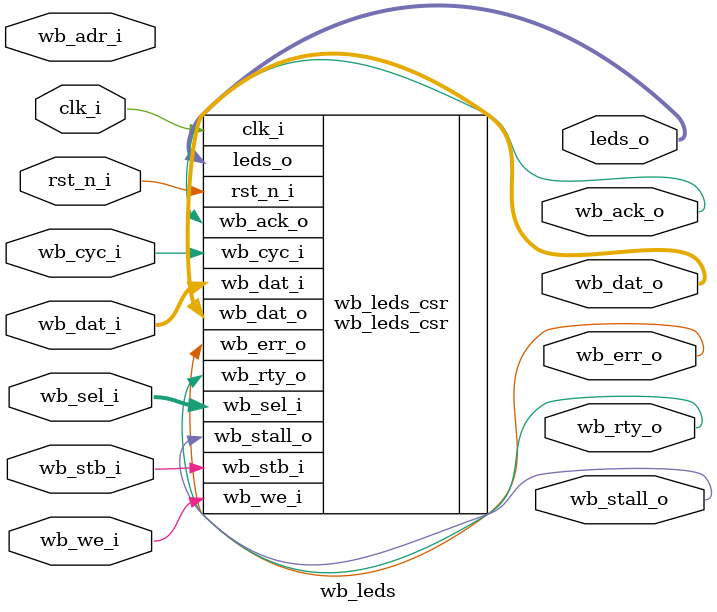
<source format=v>

module wb_leds
(
    // Clock/Resets
    input               clk_i,
    input               rst_n_i,

    // Wishbone signals
    input  [31:0]       wb_adr_i,
    input  [31:0]       wb_dat_i,
    input  [3:0]        wb_sel_i,
    input               wb_we_i,
    input               wb_cyc_i,
    input               wb_stb_i,
    output [31:0]       wb_dat_o,
    output              wb_ack_o,
    output              wb_err_o,
    output              wb_rty_o,
    output              wb_stall_o,

    // LEDs
    output [31:0]       leds_o
);

wb_leds_csr wb_leds_csr (
    .rst_n_i            (rst_n_i),
    .clk_i              (clk_i),
    .wb_dat_i           (wb_dat_i),
    .wb_dat_o           (wb_dat_o),
    .wb_cyc_i           (wb_cyc_i),
    .wb_sel_i           (wb_sel_i),
    .wb_stb_i           (wb_stb_i),
    .wb_we_i            (wb_we_i),
    .wb_ack_o           (wb_ack_o),
    .wb_err_o           (wb_err_o),
    .wb_rty_o           (wb_rty_o),
    .wb_stall_o         (wb_stall_o),
    .leds_o             (leds_o)
);

endmodule

</source>
